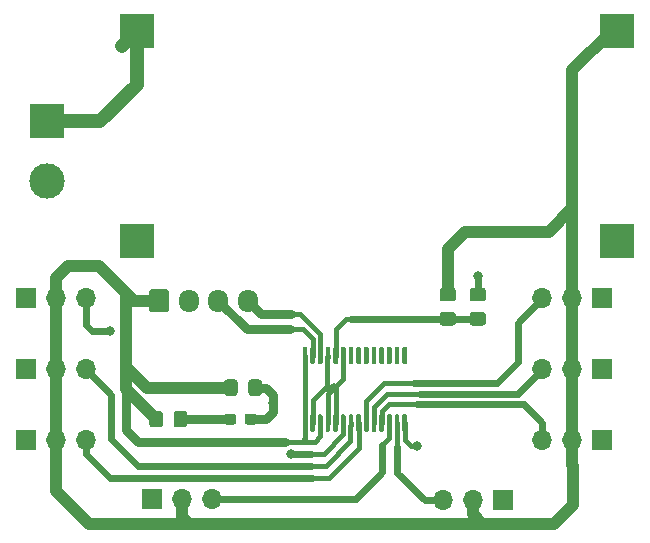
<source format=gbr>
%TF.GenerationSoftware,KiCad,Pcbnew,5.1.6+dfsg1-1*%
%TF.CreationDate,2021-03-04T16:58:38+01:00*%
%TF.ProjectId,PCA9685,50434139-3638-4352-9e6b-696361645f70,rev?*%
%TF.SameCoordinates,Original*%
%TF.FileFunction,Copper,L1,Top*%
%TF.FilePolarity,Positive*%
%FSLAX46Y46*%
G04 Gerber Fmt 4.6, Leading zero omitted, Abs format (unit mm)*
G04 Created by KiCad (PCBNEW 5.1.6+dfsg1-1) date 2021-03-04 16:58:38*
%MOMM*%
%LPD*%
G01*
G04 APERTURE LIST*
%TA.AperFunction,ComponentPad*%
%ADD10O,1.700000X1.700000*%
%TD*%
%TA.AperFunction,ComponentPad*%
%ADD11R,1.700000X1.700000*%
%TD*%
%TA.AperFunction,ComponentPad*%
%ADD12O,1.700000X1.950000*%
%TD*%
%TA.AperFunction,ComponentPad*%
%ADD13R,3.000000X3.000000*%
%TD*%
%TA.AperFunction,ComponentPad*%
%ADD14C,3.000000*%
%TD*%
%TA.AperFunction,ViaPad*%
%ADD15C,0.800000*%
%TD*%
%TA.AperFunction,Conductor*%
%ADD16C,0.400000*%
%TD*%
%TA.AperFunction,Conductor*%
%ADD17C,0.800000*%
%TD*%
%TA.AperFunction,Conductor*%
%ADD18C,0.600000*%
%TD*%
%TA.AperFunction,Conductor*%
%ADD19C,1.000000*%
%TD*%
%TA.AperFunction,Conductor*%
%ADD20C,1.200000*%
%TD*%
G04 APERTURE END LIST*
D10*
%TO.P,J6,3*%
%TO.N,/servoFlag*%
X88900000Y-92964000D03*
%TO.P,J6,2*%
%TO.N,+5V*%
X86360000Y-92964000D03*
D11*
%TO.P,J6,1*%
%TO.N,GND*%
X83820000Y-92964000D03*
%TD*%
D10*
%TO.P,J10,3*%
%TO.N,/servo2.3*%
X78232000Y-88000000D03*
%TO.P,J10,2*%
%TO.N,+5V*%
X75692000Y-88000000D03*
D11*
%TO.P,J10,1*%
%TO.N,GND*%
X73152000Y-88000000D03*
%TD*%
D10*
%TO.P,J9,3*%
%TO.N,/servo2.2*%
X78232000Y-82000000D03*
%TO.P,J9,2*%
%TO.N,+5V*%
X75692000Y-82000000D03*
D11*
%TO.P,J9,1*%
%TO.N,GND*%
X73152000Y-82000000D03*
%TD*%
D10*
%TO.P,J8,3*%
%TO.N,/servo2.1*%
X78232000Y-76000000D03*
%TO.P,J8,2*%
%TO.N,+5V*%
X75692000Y-76000000D03*
D11*
%TO.P,J8,1*%
%TO.N,GND*%
X73152000Y-76000000D03*
%TD*%
D10*
%TO.P,J7,3*%
%TO.N,/servoManche*%
X108460000Y-93091000D03*
%TO.P,J7,2*%
%TO.N,+5V*%
X111000000Y-93091000D03*
D11*
%TO.P,J7,1*%
%TO.N,GND*%
X113540000Y-93091000D03*
%TD*%
D10*
%TO.P,J5,3*%
%TO.N,/servo1.3*%
X116920000Y-88000000D03*
%TO.P,J5,2*%
%TO.N,+5V*%
X119460000Y-88000000D03*
D11*
%TO.P,J5,1*%
%TO.N,GND*%
X122000000Y-88000000D03*
%TD*%
D10*
%TO.P,J4,3*%
%TO.N,/servo1.2*%
X116920000Y-82000000D03*
%TO.P,J4,2*%
%TO.N,+5V*%
X119460000Y-82000000D03*
D11*
%TO.P,J4,1*%
%TO.N,GND*%
X122000000Y-82000000D03*
%TD*%
D10*
%TO.P,J3,3*%
%TO.N,/servo1.1*%
X116920000Y-76000000D03*
%TO.P,J3,2*%
%TO.N,+5V*%
X119460000Y-76000000D03*
D11*
%TO.P,J3,1*%
%TO.N,GND*%
X122000000Y-76000000D03*
%TD*%
D12*
%TO.P,J2,4*%
%TO.N,/SCL*%
X91955000Y-76200000D03*
%TO.P,J2,3*%
%TO.N,/SDA*%
X89455000Y-76200000D03*
%TO.P,J2,2*%
%TO.N,GND*%
X86955000Y-76200000D03*
%TO.P,J2,1*%
%TO.N,+5V*%
%TA.AperFunction,ComponentPad*%
G36*
G01*
X83605000Y-76925000D02*
X83605000Y-75475000D01*
G75*
G02*
X83855000Y-75225000I250000J0D01*
G01*
X85055000Y-75225000D01*
G75*
G02*
X85305000Y-75475000I0J-250000D01*
G01*
X85305000Y-76925000D01*
G75*
G02*
X85055000Y-77175000I-250000J0D01*
G01*
X83855000Y-77175000D01*
G75*
G02*
X83605000Y-76925000I0J250000D01*
G01*
G37*
%TD.AperFunction*%
%TD*%
%TO.P,U2,28*%
%TO.N,+5V*%
%TA.AperFunction,SMDPad,CuDef*%
G36*
G01*
X96904000Y-81584000D02*
X96704000Y-81584000D01*
G75*
G02*
X96604000Y-81484000I0J100000D01*
G01*
X96604000Y-80209000D01*
G75*
G02*
X96704000Y-80109000I100000J0D01*
G01*
X96904000Y-80109000D01*
G75*
G02*
X97004000Y-80209000I0J-100000D01*
G01*
X97004000Y-81484000D01*
G75*
G02*
X96904000Y-81584000I-100000J0D01*
G01*
G37*
%TD.AperFunction*%
%TO.P,U2,27*%
%TO.N,/SDA*%
%TA.AperFunction,SMDPad,CuDef*%
G36*
G01*
X97554000Y-81584000D02*
X97354000Y-81584000D01*
G75*
G02*
X97254000Y-81484000I0J100000D01*
G01*
X97254000Y-80209000D01*
G75*
G02*
X97354000Y-80109000I100000J0D01*
G01*
X97554000Y-80109000D01*
G75*
G02*
X97654000Y-80209000I0J-100000D01*
G01*
X97654000Y-81484000D01*
G75*
G02*
X97554000Y-81584000I-100000J0D01*
G01*
G37*
%TD.AperFunction*%
%TO.P,U2,26*%
%TO.N,/SCL*%
%TA.AperFunction,SMDPad,CuDef*%
G36*
G01*
X98204000Y-81584000D02*
X98004000Y-81584000D01*
G75*
G02*
X97904000Y-81484000I0J100000D01*
G01*
X97904000Y-80209000D01*
G75*
G02*
X98004000Y-80109000I100000J0D01*
G01*
X98204000Y-80109000D01*
G75*
G02*
X98304000Y-80209000I0J-100000D01*
G01*
X98304000Y-81484000D01*
G75*
G02*
X98204000Y-81584000I-100000J0D01*
G01*
G37*
%TD.AperFunction*%
%TO.P,U2,25*%
%TO.N,GND*%
%TA.AperFunction,SMDPad,CuDef*%
G36*
G01*
X98854000Y-81584000D02*
X98654000Y-81584000D01*
G75*
G02*
X98554000Y-81484000I0J100000D01*
G01*
X98554000Y-80209000D01*
G75*
G02*
X98654000Y-80109000I100000J0D01*
G01*
X98854000Y-80109000D01*
G75*
G02*
X98954000Y-80209000I0J-100000D01*
G01*
X98954000Y-81484000D01*
G75*
G02*
X98854000Y-81584000I-100000J0D01*
G01*
G37*
%TD.AperFunction*%
%TO.P,U2,24*%
%TO.N,Net-(R2-Pad2)*%
%TA.AperFunction,SMDPad,CuDef*%
G36*
G01*
X99504000Y-81584000D02*
X99304000Y-81584000D01*
G75*
G02*
X99204000Y-81484000I0J100000D01*
G01*
X99204000Y-80209000D01*
G75*
G02*
X99304000Y-80109000I100000J0D01*
G01*
X99504000Y-80109000D01*
G75*
G02*
X99604000Y-80209000I0J-100000D01*
G01*
X99604000Y-81484000D01*
G75*
G02*
X99504000Y-81584000I-100000J0D01*
G01*
G37*
%TD.AperFunction*%
%TO.P,U2,23*%
%TO.N,GND*%
%TA.AperFunction,SMDPad,CuDef*%
G36*
G01*
X100154000Y-81584000D02*
X99954000Y-81584000D01*
G75*
G02*
X99854000Y-81484000I0J100000D01*
G01*
X99854000Y-80209000D01*
G75*
G02*
X99954000Y-80109000I100000J0D01*
G01*
X100154000Y-80109000D01*
G75*
G02*
X100254000Y-80209000I0J-100000D01*
G01*
X100254000Y-81484000D01*
G75*
G02*
X100154000Y-81584000I-100000J0D01*
G01*
G37*
%TD.AperFunction*%
%TO.P,U2,22*%
%TO.N,Net-(U2-Pad22)*%
%TA.AperFunction,SMDPad,CuDef*%
G36*
G01*
X100804000Y-81584000D02*
X100604000Y-81584000D01*
G75*
G02*
X100504000Y-81484000I0J100000D01*
G01*
X100504000Y-80209000D01*
G75*
G02*
X100604000Y-80109000I100000J0D01*
G01*
X100804000Y-80109000D01*
G75*
G02*
X100904000Y-80209000I0J-100000D01*
G01*
X100904000Y-81484000D01*
G75*
G02*
X100804000Y-81584000I-100000J0D01*
G01*
G37*
%TD.AperFunction*%
%TO.P,U2,21*%
%TO.N,Net-(U2-Pad21)*%
%TA.AperFunction,SMDPad,CuDef*%
G36*
G01*
X101454000Y-81584000D02*
X101254000Y-81584000D01*
G75*
G02*
X101154000Y-81484000I0J100000D01*
G01*
X101154000Y-80209000D01*
G75*
G02*
X101254000Y-80109000I100000J0D01*
G01*
X101454000Y-80109000D01*
G75*
G02*
X101554000Y-80209000I0J-100000D01*
G01*
X101554000Y-81484000D01*
G75*
G02*
X101454000Y-81584000I-100000J0D01*
G01*
G37*
%TD.AperFunction*%
%TO.P,U2,20*%
%TO.N,Net-(U2-Pad20)*%
%TA.AperFunction,SMDPad,CuDef*%
G36*
G01*
X102104000Y-81584000D02*
X101904000Y-81584000D01*
G75*
G02*
X101804000Y-81484000I0J100000D01*
G01*
X101804000Y-80209000D01*
G75*
G02*
X101904000Y-80109000I100000J0D01*
G01*
X102104000Y-80109000D01*
G75*
G02*
X102204000Y-80209000I0J-100000D01*
G01*
X102204000Y-81484000D01*
G75*
G02*
X102104000Y-81584000I-100000J0D01*
G01*
G37*
%TD.AperFunction*%
%TO.P,U2,19*%
%TO.N,Net-(U2-Pad19)*%
%TA.AperFunction,SMDPad,CuDef*%
G36*
G01*
X102754000Y-81584000D02*
X102554000Y-81584000D01*
G75*
G02*
X102454000Y-81484000I0J100000D01*
G01*
X102454000Y-80209000D01*
G75*
G02*
X102554000Y-80109000I100000J0D01*
G01*
X102754000Y-80109000D01*
G75*
G02*
X102854000Y-80209000I0J-100000D01*
G01*
X102854000Y-81484000D01*
G75*
G02*
X102754000Y-81584000I-100000J0D01*
G01*
G37*
%TD.AperFunction*%
%TO.P,U2,18*%
%TO.N,Net-(U2-Pad18)*%
%TA.AperFunction,SMDPad,CuDef*%
G36*
G01*
X103404000Y-81584000D02*
X103204000Y-81584000D01*
G75*
G02*
X103104000Y-81484000I0J100000D01*
G01*
X103104000Y-80209000D01*
G75*
G02*
X103204000Y-80109000I100000J0D01*
G01*
X103404000Y-80109000D01*
G75*
G02*
X103504000Y-80209000I0J-100000D01*
G01*
X103504000Y-81484000D01*
G75*
G02*
X103404000Y-81584000I-100000J0D01*
G01*
G37*
%TD.AperFunction*%
%TO.P,U2,17*%
%TO.N,Net-(U2-Pad17)*%
%TA.AperFunction,SMDPad,CuDef*%
G36*
G01*
X104054000Y-81584000D02*
X103854000Y-81584000D01*
G75*
G02*
X103754000Y-81484000I0J100000D01*
G01*
X103754000Y-80209000D01*
G75*
G02*
X103854000Y-80109000I100000J0D01*
G01*
X104054000Y-80109000D01*
G75*
G02*
X104154000Y-80209000I0J-100000D01*
G01*
X104154000Y-81484000D01*
G75*
G02*
X104054000Y-81584000I-100000J0D01*
G01*
G37*
%TD.AperFunction*%
%TO.P,U2,16*%
%TO.N,Net-(U2-Pad16)*%
%TA.AperFunction,SMDPad,CuDef*%
G36*
G01*
X104704000Y-81584000D02*
X104504000Y-81584000D01*
G75*
G02*
X104404000Y-81484000I0J100000D01*
G01*
X104404000Y-80209000D01*
G75*
G02*
X104504000Y-80109000I100000J0D01*
G01*
X104704000Y-80109000D01*
G75*
G02*
X104804000Y-80209000I0J-100000D01*
G01*
X104804000Y-81484000D01*
G75*
G02*
X104704000Y-81584000I-100000J0D01*
G01*
G37*
%TD.AperFunction*%
%TO.P,U2,15*%
%TO.N,Net-(U2-Pad15)*%
%TA.AperFunction,SMDPad,CuDef*%
G36*
G01*
X105354000Y-81584000D02*
X105154000Y-81584000D01*
G75*
G02*
X105054000Y-81484000I0J100000D01*
G01*
X105054000Y-80209000D01*
G75*
G02*
X105154000Y-80109000I100000J0D01*
G01*
X105354000Y-80109000D01*
G75*
G02*
X105454000Y-80209000I0J-100000D01*
G01*
X105454000Y-81484000D01*
G75*
G02*
X105354000Y-81584000I-100000J0D01*
G01*
G37*
%TD.AperFunction*%
%TO.P,U2,14*%
%TO.N,GND*%
%TA.AperFunction,SMDPad,CuDef*%
G36*
G01*
X105354000Y-87309000D02*
X105154000Y-87309000D01*
G75*
G02*
X105054000Y-87209000I0J100000D01*
G01*
X105054000Y-85934000D01*
G75*
G02*
X105154000Y-85834000I100000J0D01*
G01*
X105354000Y-85834000D01*
G75*
G02*
X105454000Y-85934000I0J-100000D01*
G01*
X105454000Y-87209000D01*
G75*
G02*
X105354000Y-87309000I-100000J0D01*
G01*
G37*
%TD.AperFunction*%
%TO.P,U2,13*%
%TO.N,/servoManche*%
%TA.AperFunction,SMDPad,CuDef*%
G36*
G01*
X104704000Y-87309000D02*
X104504000Y-87309000D01*
G75*
G02*
X104404000Y-87209000I0J100000D01*
G01*
X104404000Y-85934000D01*
G75*
G02*
X104504000Y-85834000I100000J0D01*
G01*
X104704000Y-85834000D01*
G75*
G02*
X104804000Y-85934000I0J-100000D01*
G01*
X104804000Y-87209000D01*
G75*
G02*
X104704000Y-87309000I-100000J0D01*
G01*
G37*
%TD.AperFunction*%
%TO.P,U2,12*%
%TO.N,/servoFlag*%
%TA.AperFunction,SMDPad,CuDef*%
G36*
G01*
X104054000Y-87309000D02*
X103854000Y-87309000D01*
G75*
G02*
X103754000Y-87209000I0J100000D01*
G01*
X103754000Y-85934000D01*
G75*
G02*
X103854000Y-85834000I100000J0D01*
G01*
X104054000Y-85834000D01*
G75*
G02*
X104154000Y-85934000I0J-100000D01*
G01*
X104154000Y-87209000D01*
G75*
G02*
X104054000Y-87309000I-100000J0D01*
G01*
G37*
%TD.AperFunction*%
%TO.P,U2,11*%
%TO.N,/servo1.3*%
%TA.AperFunction,SMDPad,CuDef*%
G36*
G01*
X103404000Y-87309000D02*
X103204000Y-87309000D01*
G75*
G02*
X103104000Y-87209000I0J100000D01*
G01*
X103104000Y-85934000D01*
G75*
G02*
X103204000Y-85834000I100000J0D01*
G01*
X103404000Y-85834000D01*
G75*
G02*
X103504000Y-85934000I0J-100000D01*
G01*
X103504000Y-87209000D01*
G75*
G02*
X103404000Y-87309000I-100000J0D01*
G01*
G37*
%TD.AperFunction*%
%TO.P,U2,10*%
%TO.N,/servo1.2*%
%TA.AperFunction,SMDPad,CuDef*%
G36*
G01*
X102754000Y-87309000D02*
X102554000Y-87309000D01*
G75*
G02*
X102454000Y-87209000I0J100000D01*
G01*
X102454000Y-85934000D01*
G75*
G02*
X102554000Y-85834000I100000J0D01*
G01*
X102754000Y-85834000D01*
G75*
G02*
X102854000Y-85934000I0J-100000D01*
G01*
X102854000Y-87209000D01*
G75*
G02*
X102754000Y-87309000I-100000J0D01*
G01*
G37*
%TD.AperFunction*%
%TO.P,U2,9*%
%TO.N,/servo1.1*%
%TA.AperFunction,SMDPad,CuDef*%
G36*
G01*
X102104000Y-87309000D02*
X101904000Y-87309000D01*
G75*
G02*
X101804000Y-87209000I0J100000D01*
G01*
X101804000Y-85934000D01*
G75*
G02*
X101904000Y-85834000I100000J0D01*
G01*
X102104000Y-85834000D01*
G75*
G02*
X102204000Y-85934000I0J-100000D01*
G01*
X102204000Y-87209000D01*
G75*
G02*
X102104000Y-87309000I-100000J0D01*
G01*
G37*
%TD.AperFunction*%
%TO.P,U2,8*%
%TO.N,/servo2.3*%
%TA.AperFunction,SMDPad,CuDef*%
G36*
G01*
X101454000Y-87309000D02*
X101254000Y-87309000D01*
G75*
G02*
X101154000Y-87209000I0J100000D01*
G01*
X101154000Y-85934000D01*
G75*
G02*
X101254000Y-85834000I100000J0D01*
G01*
X101454000Y-85834000D01*
G75*
G02*
X101554000Y-85934000I0J-100000D01*
G01*
X101554000Y-87209000D01*
G75*
G02*
X101454000Y-87309000I-100000J0D01*
G01*
G37*
%TD.AperFunction*%
%TO.P,U2,7*%
%TO.N,/servo2.2*%
%TA.AperFunction,SMDPad,CuDef*%
G36*
G01*
X100804000Y-87309000D02*
X100604000Y-87309000D01*
G75*
G02*
X100504000Y-87209000I0J100000D01*
G01*
X100504000Y-85934000D01*
G75*
G02*
X100604000Y-85834000I100000J0D01*
G01*
X100804000Y-85834000D01*
G75*
G02*
X100904000Y-85934000I0J-100000D01*
G01*
X100904000Y-87209000D01*
G75*
G02*
X100804000Y-87309000I-100000J0D01*
G01*
G37*
%TD.AperFunction*%
%TO.P,U2,6*%
%TO.N,/servo2.1*%
%TA.AperFunction,SMDPad,CuDef*%
G36*
G01*
X100154000Y-87309000D02*
X99954000Y-87309000D01*
G75*
G02*
X99854000Y-87209000I0J100000D01*
G01*
X99854000Y-85934000D01*
G75*
G02*
X99954000Y-85834000I100000J0D01*
G01*
X100154000Y-85834000D01*
G75*
G02*
X100254000Y-85934000I0J-100000D01*
G01*
X100254000Y-87209000D01*
G75*
G02*
X100154000Y-87309000I-100000J0D01*
G01*
G37*
%TD.AperFunction*%
%TO.P,U2,5*%
%TO.N,GND*%
%TA.AperFunction,SMDPad,CuDef*%
G36*
G01*
X99504000Y-87309000D02*
X99304000Y-87309000D01*
G75*
G02*
X99204000Y-87209000I0J100000D01*
G01*
X99204000Y-85934000D01*
G75*
G02*
X99304000Y-85834000I100000J0D01*
G01*
X99504000Y-85834000D01*
G75*
G02*
X99604000Y-85934000I0J-100000D01*
G01*
X99604000Y-87209000D01*
G75*
G02*
X99504000Y-87309000I-100000J0D01*
G01*
G37*
%TD.AperFunction*%
%TO.P,U2,4*%
%TA.AperFunction,SMDPad,CuDef*%
G36*
G01*
X98854000Y-87309000D02*
X98654000Y-87309000D01*
G75*
G02*
X98554000Y-87209000I0J100000D01*
G01*
X98554000Y-85934000D01*
G75*
G02*
X98654000Y-85834000I100000J0D01*
G01*
X98854000Y-85834000D01*
G75*
G02*
X98954000Y-85934000I0J-100000D01*
G01*
X98954000Y-87209000D01*
G75*
G02*
X98854000Y-87309000I-100000J0D01*
G01*
G37*
%TD.AperFunction*%
%TO.P,U2,3*%
%TO.N,+5V*%
%TA.AperFunction,SMDPad,CuDef*%
G36*
G01*
X98204000Y-87309000D02*
X98004000Y-87309000D01*
G75*
G02*
X97904000Y-87209000I0J100000D01*
G01*
X97904000Y-85934000D01*
G75*
G02*
X98004000Y-85834000I100000J0D01*
G01*
X98204000Y-85834000D01*
G75*
G02*
X98304000Y-85934000I0J-100000D01*
G01*
X98304000Y-87209000D01*
G75*
G02*
X98204000Y-87309000I-100000J0D01*
G01*
G37*
%TD.AperFunction*%
%TO.P,U2,2*%
%TO.N,GND*%
%TA.AperFunction,SMDPad,CuDef*%
G36*
G01*
X97554000Y-87309000D02*
X97354000Y-87309000D01*
G75*
G02*
X97254000Y-87209000I0J100000D01*
G01*
X97254000Y-85934000D01*
G75*
G02*
X97354000Y-85834000I100000J0D01*
G01*
X97554000Y-85834000D01*
G75*
G02*
X97654000Y-85934000I0J-100000D01*
G01*
X97654000Y-87209000D01*
G75*
G02*
X97554000Y-87309000I-100000J0D01*
G01*
G37*
%TD.AperFunction*%
%TO.P,U2,1*%
%TO.N,+5V*%
%TA.AperFunction,SMDPad,CuDef*%
G36*
G01*
X96904000Y-87309000D02*
X96704000Y-87309000D01*
G75*
G02*
X96604000Y-87209000I0J100000D01*
G01*
X96604000Y-85934000D01*
G75*
G02*
X96704000Y-85834000I100000J0D01*
G01*
X96904000Y-85834000D01*
G75*
G02*
X97004000Y-85934000I0J-100000D01*
G01*
X97004000Y-87209000D01*
G75*
G02*
X96904000Y-87309000I-100000J0D01*
G01*
G37*
%TD.AperFunction*%
%TD*%
D13*
%TO.P,U1,4*%
%TO.N,GND*%
X123190000Y-71120000D03*
%TO.P,U1,2*%
X82550000Y-71120000D03*
%TO.P,U1,3*%
%TO.N,+5V*%
X123190000Y-53340000D03*
%TO.P,U1,1*%
%TO.N,+12V*%
X82550000Y-53340000D03*
%TD*%
%TO.P,R5,2*%
%TO.N,Net-(D1-Pad2)*%
%TA.AperFunction,SMDPad,CuDef*%
G36*
G01*
X85690000Y-86683001D02*
X85690000Y-85782999D01*
G75*
G02*
X85939999Y-85533000I249999J0D01*
G01*
X86590001Y-85533000D01*
G75*
G02*
X86840000Y-85782999I0J-249999D01*
G01*
X86840000Y-86683001D01*
G75*
G02*
X86590001Y-86933000I-249999J0D01*
G01*
X85939999Y-86933000D01*
G75*
G02*
X85690000Y-86683001I0J249999D01*
G01*
G37*
%TD.AperFunction*%
%TO.P,R5,1*%
%TO.N,+5V*%
%TA.AperFunction,SMDPad,CuDef*%
G36*
G01*
X83640000Y-86683001D02*
X83640000Y-85782999D01*
G75*
G02*
X83889999Y-85533000I249999J0D01*
G01*
X84540001Y-85533000D01*
G75*
G02*
X84790000Y-85782999I0J-249999D01*
G01*
X84790000Y-86683001D01*
G75*
G02*
X84540001Y-86933000I-249999J0D01*
G01*
X83889999Y-86933000D01*
G75*
G02*
X83640000Y-86683001I0J249999D01*
G01*
G37*
%TD.AperFunction*%
%TD*%
%TO.P,R4,2*%
%TO.N,GND*%
%TA.AperFunction,SMDPad,CuDef*%
G36*
G01*
X111893001Y-76265000D02*
X110992999Y-76265000D01*
G75*
G02*
X110743000Y-76015001I0J249999D01*
G01*
X110743000Y-75364999D01*
G75*
G02*
X110992999Y-75115000I249999J0D01*
G01*
X111893001Y-75115000D01*
G75*
G02*
X112143000Y-75364999I0J-249999D01*
G01*
X112143000Y-76015001D01*
G75*
G02*
X111893001Y-76265000I-249999J0D01*
G01*
G37*
%TD.AperFunction*%
%TO.P,R4,1*%
%TO.N,Net-(R2-Pad2)*%
%TA.AperFunction,SMDPad,CuDef*%
G36*
G01*
X111893001Y-78315000D02*
X110992999Y-78315000D01*
G75*
G02*
X110743000Y-78065001I0J249999D01*
G01*
X110743000Y-77414999D01*
G75*
G02*
X110992999Y-77165000I249999J0D01*
G01*
X111893001Y-77165000D01*
G75*
G02*
X112143000Y-77414999I0J-249999D01*
G01*
X112143000Y-78065001D01*
G75*
G02*
X111893001Y-78315000I-249999J0D01*
G01*
G37*
%TD.AperFunction*%
%TD*%
%TO.P,R2,2*%
%TO.N,Net-(R2-Pad2)*%
%TA.AperFunction,SMDPad,CuDef*%
G36*
G01*
X108452999Y-77165000D02*
X109353001Y-77165000D01*
G75*
G02*
X109603000Y-77414999I0J-249999D01*
G01*
X109603000Y-78065001D01*
G75*
G02*
X109353001Y-78315000I-249999J0D01*
G01*
X108452999Y-78315000D01*
G75*
G02*
X108203000Y-78065001I0J249999D01*
G01*
X108203000Y-77414999D01*
G75*
G02*
X108452999Y-77165000I249999J0D01*
G01*
G37*
%TD.AperFunction*%
%TO.P,R2,1*%
%TO.N,+5V*%
%TA.AperFunction,SMDPad,CuDef*%
G36*
G01*
X108452999Y-75115000D02*
X109353001Y-75115000D01*
G75*
G02*
X109603000Y-75364999I0J-249999D01*
G01*
X109603000Y-76015001D01*
G75*
G02*
X109353001Y-76265000I-249999J0D01*
G01*
X108452999Y-76265000D01*
G75*
G02*
X108203000Y-76015001I0J249999D01*
G01*
X108203000Y-75364999D01*
G75*
G02*
X108452999Y-75115000I249999J0D01*
G01*
G37*
%TD.AperFunction*%
%TD*%
D14*
%TO.P,J1,2*%
%TO.N,GND*%
X74930000Y-66080000D03*
D13*
%TO.P,J1,1*%
%TO.N,+12V*%
X74930000Y-61000000D03*
%TD*%
%TO.P,D1,2*%
%TO.N,Net-(D1-Pad2)*%
%TA.AperFunction,SMDPad,CuDef*%
G36*
G01*
X90995000Y-85995500D02*
X90995000Y-86470500D01*
G75*
G02*
X90757500Y-86708000I-237500J0D01*
G01*
X90182500Y-86708000D01*
G75*
G02*
X89945000Y-86470500I0J237500D01*
G01*
X89945000Y-85995500D01*
G75*
G02*
X90182500Y-85758000I237500J0D01*
G01*
X90757500Y-85758000D01*
G75*
G02*
X90995000Y-85995500I0J-237500D01*
G01*
G37*
%TD.AperFunction*%
%TO.P,D1,1*%
%TO.N,GND*%
%TA.AperFunction,SMDPad,CuDef*%
G36*
G01*
X92745000Y-85995500D02*
X92745000Y-86470500D01*
G75*
G02*
X92507500Y-86708000I-237500J0D01*
G01*
X91932500Y-86708000D01*
G75*
G02*
X91695000Y-86470500I0J237500D01*
G01*
X91695000Y-85995500D01*
G75*
G02*
X91932500Y-85758000I237500J0D01*
G01*
X92507500Y-85758000D01*
G75*
G02*
X92745000Y-85995500I0J-237500D01*
G01*
G37*
%TD.AperFunction*%
%TD*%
%TO.P,C1,2*%
%TO.N,GND*%
%TA.AperFunction,SMDPad,CuDef*%
G36*
G01*
X92017000Y-84016001D02*
X92017000Y-83115999D01*
G75*
G02*
X92266999Y-82866000I249999J0D01*
G01*
X92917001Y-82866000D01*
G75*
G02*
X93167000Y-83115999I0J-249999D01*
G01*
X93167000Y-84016001D01*
G75*
G02*
X92917001Y-84266000I-249999J0D01*
G01*
X92266999Y-84266000D01*
G75*
G02*
X92017000Y-84016001I0J249999D01*
G01*
G37*
%TD.AperFunction*%
%TO.P,C1,1*%
%TO.N,+5V*%
%TA.AperFunction,SMDPad,CuDef*%
G36*
G01*
X89967000Y-84016001D02*
X89967000Y-83115999D01*
G75*
G02*
X90216999Y-82866000I249999J0D01*
G01*
X90867001Y-82866000D01*
G75*
G02*
X91117000Y-83115999I0J-249999D01*
G01*
X91117000Y-84016001D01*
G75*
G02*
X90867001Y-84266000I-249999J0D01*
G01*
X90216999Y-84266000D01*
G75*
G02*
X89967000Y-84016001I0J249999D01*
G01*
G37*
%TD.AperFunction*%
%TD*%
D15*
%TO.N,GND*%
X106299000Y-88519000D03*
X99250500Y-83629500D03*
X94107000Y-84836000D03*
X111443000Y-74104000D03*
%TO.N,/servo2.1*%
X95631000Y-89154000D03*
X80264000Y-78740000D03*
%TD*%
D16*
%TO.N,GND*%
X105254000Y-86571500D02*
X105254000Y-87982000D01*
X105254000Y-87982000D02*
X105791000Y-88519000D01*
X105791000Y-88519000D02*
X106299000Y-88519000D01*
X106299000Y-88519000D02*
X106299000Y-88519000D01*
X97503990Y-86265010D02*
X97503990Y-84614010D01*
X97454000Y-86315000D02*
X97503990Y-86265010D01*
X97454000Y-86571500D02*
X97454000Y-86315000D01*
X97503990Y-84614010D02*
X98425000Y-83693000D01*
X98425000Y-83693000D02*
X99187000Y-83693000D01*
X100054000Y-82826000D02*
X100054000Y-80846500D01*
X99631500Y-83248500D02*
X100054000Y-82826000D01*
X98754000Y-84126000D02*
X99250500Y-83629500D01*
X98754000Y-86571500D02*
X98754000Y-84126000D01*
X99441000Y-83439000D02*
X99631500Y-83248500D01*
X99187000Y-83693000D02*
X99441000Y-83439000D01*
X99404000Y-83476000D02*
X99441000Y-83439000D01*
X99404000Y-86571500D02*
X99404000Y-83476000D01*
X98704010Y-83413990D02*
X98425000Y-83693000D01*
X98704010Y-81000990D02*
X98704010Y-83413990D01*
X98754000Y-80951000D02*
X98704010Y-81000990D01*
X98754000Y-80846500D02*
X98754000Y-80951000D01*
X99250500Y-83629500D02*
X99441000Y-83439000D01*
D17*
X92220000Y-86233000D02*
X93472000Y-86233000D01*
X93472000Y-86233000D02*
X94107000Y-85598000D01*
X94107000Y-85598000D02*
X94107000Y-84836000D01*
X93472000Y-83566000D02*
X92592000Y-83566000D01*
X94107000Y-84201000D02*
X93472000Y-83566000D01*
X94107000Y-84836000D02*
X94107000Y-84201000D01*
D18*
X111443000Y-75690000D02*
X111443000Y-74104000D01*
X111443000Y-74104000D02*
X111443000Y-74104000D01*
D16*
%TO.N,+5V*%
X96804000Y-86644000D02*
X96774000Y-86674000D01*
X96804000Y-86571500D02*
X96804000Y-86644000D01*
D19*
X123190000Y-53340000D02*
X122809000Y-53340000D01*
X122809000Y-53340000D02*
X119460000Y-56689000D01*
X113411000Y-95123000D02*
X112522000Y-95123000D01*
X78486000Y-95123000D02*
X75692000Y-92329000D01*
X88011000Y-95123000D02*
X78486000Y-95123000D01*
X82296000Y-76200000D02*
X84455000Y-76200000D01*
X76708000Y-73279000D02*
X79375000Y-73279000D01*
X75692000Y-74295000D02*
X76708000Y-73279000D01*
X81661000Y-83679000D02*
X84215000Y-86233000D01*
X79375000Y-73279000D02*
X81661000Y-75565000D01*
X81661000Y-75565000D02*
X82296000Y-76200000D01*
X81661000Y-75565000D02*
X81661000Y-81026000D01*
X83439000Y-83566000D02*
X81661000Y-81788000D01*
X90542000Y-83566000D02*
X83439000Y-83566000D01*
X81661000Y-81788000D02*
X81661000Y-83679000D01*
X81661000Y-81026000D02*
X81661000Y-81788000D01*
X108903000Y-75690000D02*
X108903000Y-71818000D01*
X108903000Y-71818000D02*
X110363000Y-70358000D01*
X110363000Y-70358000D02*
X117475000Y-70358000D01*
X119460000Y-68373000D02*
X119460000Y-72089000D01*
X117475000Y-70358000D02*
X119460000Y-68373000D01*
X119460000Y-56689000D02*
X119460000Y-68373000D01*
D16*
X96804000Y-86571500D02*
X96804000Y-87854000D01*
X96804000Y-87854000D02*
X96520000Y-88138000D01*
X96520000Y-88138000D02*
X95123000Y-88138000D01*
X98104000Y-86571500D02*
X98104000Y-87697000D01*
X97663000Y-88138000D02*
X96520000Y-88138000D01*
X98104000Y-87697000D02*
X97663000Y-88138000D01*
D17*
X82677000Y-88138000D02*
X81661000Y-87122000D01*
X81661000Y-87122000D02*
X81661000Y-83679000D01*
X95123000Y-88138000D02*
X82677000Y-88138000D01*
D19*
X111000000Y-94293081D02*
X111000000Y-93091000D01*
X111829919Y-95123000D02*
X111000000Y-94293081D01*
X113411000Y-95123000D02*
X112903000Y-95123000D01*
X112903000Y-95123000D02*
X111829919Y-95123000D01*
X112903000Y-95123000D02*
X88011000Y-95123000D01*
X88011000Y-95123000D02*
X86995000Y-95123000D01*
X86360000Y-94488000D02*
X86360000Y-92964000D01*
X86995000Y-95123000D02*
X86360000Y-94488000D01*
X119460000Y-72089000D02*
X119460000Y-76000000D01*
X119460000Y-76000000D02*
X119460000Y-82000000D01*
X119460000Y-82000000D02*
X119460000Y-88000000D01*
X119460000Y-90131002D02*
X119507000Y-90178002D01*
X119460000Y-88000000D02*
X119460000Y-90131002D01*
X119507000Y-90178002D02*
X119507000Y-93472000D01*
X117856000Y-95123000D02*
X113411000Y-95123000D01*
X119507000Y-93472000D02*
X117856000Y-95123000D01*
X75692000Y-74295000D02*
X75692000Y-76000000D01*
X75692000Y-76000000D02*
X75692000Y-82000000D01*
X75692000Y-88000000D02*
X75692000Y-82000000D01*
X75692000Y-92329000D02*
X75692000Y-88000000D01*
D16*
X96804000Y-86571500D02*
X96804000Y-80846500D01*
D17*
%TO.N,Net-(D1-Pad2)*%
X86265000Y-86233000D02*
X90470000Y-86233000D01*
D20*
%TO.N,+12V*%
X81280000Y-54610000D02*
X82550000Y-53340000D01*
X74930000Y-61000000D02*
X79462000Y-61000000D01*
X82550000Y-57912000D02*
X82550000Y-53340000D01*
X79462000Y-61000000D02*
X82550000Y-57912000D01*
D16*
%TO.N,/SCL*%
X98104000Y-80846500D02*
X98104000Y-79054000D01*
X98104000Y-79054000D02*
X96393000Y-77343000D01*
X96393000Y-77343000D02*
X95631000Y-77343000D01*
D17*
X93098000Y-77343000D02*
X91955000Y-76200000D01*
X95631000Y-77343000D02*
X93098000Y-77343000D01*
D16*
%TO.N,/SDA*%
X97454000Y-80846500D02*
X97454000Y-79420000D01*
X97454000Y-79420000D02*
X96647000Y-78613000D01*
X96647000Y-78613000D02*
X95504000Y-78613000D01*
D17*
X91868000Y-78613000D02*
X89455000Y-76200000D01*
X95504000Y-78613000D02*
X91868000Y-78613000D01*
D16*
%TO.N,/servo1.1*%
X102004000Y-86571500D02*
X102004000Y-84686000D01*
X102004000Y-84686000D02*
X103505000Y-83185000D01*
X103505000Y-83185000D02*
X106045000Y-83185000D01*
D18*
X106045000Y-83185000D02*
X113030000Y-83185000D01*
X113030000Y-83185000D02*
X114808000Y-81407000D01*
X114808000Y-78112000D02*
X116920000Y-76000000D01*
X114808000Y-81407000D02*
X114808000Y-78112000D01*
D16*
%TO.N,/servo1.2*%
X102654000Y-86571500D02*
X102654000Y-85179000D01*
X102654000Y-85179000D02*
X103759000Y-84074000D01*
X103759000Y-84074000D02*
X106553000Y-84074000D01*
D18*
X114846000Y-84074000D02*
X116920000Y-82000000D01*
X106553000Y-84074000D02*
X114846000Y-84074000D01*
D16*
%TO.N,/servo1.3*%
X103304000Y-86571500D02*
X103304000Y-85545000D01*
X103304000Y-85545000D02*
X103886000Y-84963000D01*
X103886000Y-84963000D02*
X106299000Y-84963000D01*
D18*
X116920000Y-86567000D02*
X116920000Y-88000000D01*
X115316000Y-84963000D02*
X116920000Y-86567000D01*
X106299000Y-84963000D02*
X115316000Y-84963000D01*
D16*
%TO.N,/servoFlag*%
X103954000Y-86571500D02*
X103954000Y-87816000D01*
X103954000Y-87816000D02*
X103314500Y-88455500D01*
D18*
X101092000Y-92964000D02*
X88900000Y-92964000D01*
X103314500Y-90741500D02*
X101092000Y-92964000D01*
X103314500Y-88455500D02*
X103314500Y-90741500D01*
D16*
%TO.N,/servoManche*%
X104604000Y-86571500D02*
X104604000Y-88563000D01*
D18*
X106934000Y-93091000D02*
X108460000Y-93091000D01*
X104604000Y-90761000D02*
X106934000Y-93091000D01*
X104604000Y-88563000D02*
X104604000Y-90761000D01*
D16*
%TO.N,/servo2.1*%
X100054000Y-86571500D02*
X100054000Y-87525000D01*
X100054000Y-87525000D02*
X98425000Y-89154000D01*
X98425000Y-89154000D02*
X97282000Y-89154000D01*
D18*
X97282000Y-89154000D02*
X95631000Y-89154000D01*
X95631000Y-89154000D02*
X95631000Y-89154000D01*
X78232000Y-78232000D02*
X78232000Y-76000000D01*
X78740000Y-78740000D02*
X78232000Y-78232000D01*
X80264000Y-78740000D02*
X78740000Y-78740000D01*
D16*
%TO.N,/servo2.2*%
X98552000Y-90170000D02*
X97282000Y-90170000D01*
X100654010Y-86797990D02*
X100654010Y-88067990D01*
X100704000Y-86748000D02*
X100654010Y-86797990D01*
X100704000Y-86571500D02*
X100704000Y-86748000D01*
X100654010Y-88067990D02*
X98552000Y-90170000D01*
D18*
X80391000Y-84159000D02*
X78232000Y-82000000D01*
X80391000Y-87884000D02*
X80391000Y-84159000D01*
X82677000Y-90170000D02*
X80391000Y-87884000D01*
X97282000Y-90170000D02*
X82677000Y-90170000D01*
D16*
%TO.N,/servo2.3*%
X101354000Y-87922084D02*
X101346000Y-87930084D01*
X101354000Y-86571500D02*
X101354000Y-87922084D01*
X101346000Y-87930084D02*
X101346000Y-88646000D01*
X101346000Y-88646000D02*
X98806000Y-91186000D01*
X98806000Y-91186000D02*
X97409000Y-91186000D01*
D18*
X97409000Y-91186000D02*
X80264000Y-91186000D01*
X78232000Y-89154000D02*
X78232000Y-88000000D01*
X80264000Y-91186000D02*
X78232000Y-89154000D01*
D16*
%TO.N,Net-(R2-Pad2)*%
X99404000Y-80846500D02*
X99404000Y-78576000D01*
X99404000Y-78576000D02*
X100256000Y-77724000D01*
X100256000Y-77724000D02*
X100711000Y-77724000D01*
D18*
X108887000Y-77724000D02*
X108903000Y-77740000D01*
X100711000Y-77724000D02*
X108887000Y-77724000D01*
X108903000Y-77740000D02*
X111443000Y-77740000D01*
%TD*%
M02*

</source>
